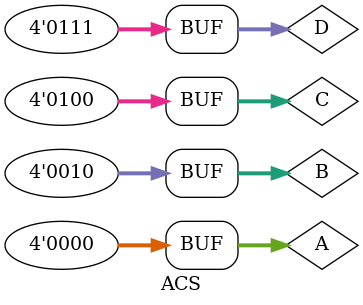
<source format=v>
`timescale 1ns / 1ps


module ACS;

	// Inputs
	reg [3:0] A;
	reg [3:0] B;
	reg [3:0] C;
	reg [3:0] D;

	// Outputs
	wire [7:0] S;

	// Instantiate the Unit Under Test (UUT)
	door uut (
		.S(S), 
		.A(A), 
		.B(B), 
		.C(C), 
		.D(D)
	);

	initial begin
		// Initialize Inputs
		A = 4'b0000;
		B = 4'b0010;
		C = 4'b0100;
		D = 4'b0111;
		#100;
        
		// Add stimulus here

	end
      
endmodule


</source>
